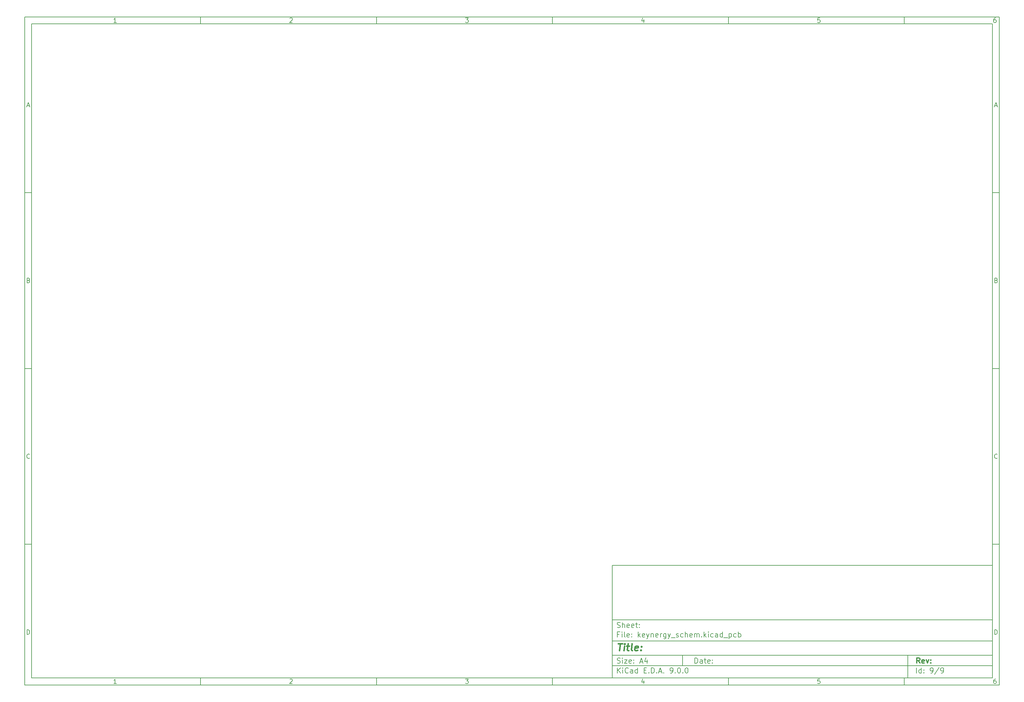
<source format=gbr>
%TF.GenerationSoftware,KiCad,Pcbnew,9.0.0*%
%TF.CreationDate,2025-04-02T13:07:29+08:00*%
%TF.ProjectId,keynergy_schem,6b65796e-6572-4677-995f-736368656d2e,rev?*%
%TF.SameCoordinates,Original*%
%TF.FileFunction,Profile,NP*%
%FSLAX46Y46*%
G04 Gerber Fmt 4.6, Leading zero omitted, Abs format (unit mm)*
G04 Created by KiCad (PCBNEW 9.0.0) date 2025-04-02 13:07:29*
%MOMM*%
%LPD*%
G01*
G04 APERTURE LIST*
%ADD10C,0.100000*%
%ADD11C,0.150000*%
%ADD12C,0.300000*%
%ADD13C,0.400000*%
G04 APERTURE END LIST*
D10*
D11*
X177002200Y-166007200D02*
X285002200Y-166007200D01*
X285002200Y-198007200D01*
X177002200Y-198007200D01*
X177002200Y-166007200D01*
D10*
D11*
X10000000Y-10000000D02*
X287002200Y-10000000D01*
X287002200Y-200007200D01*
X10000000Y-200007200D01*
X10000000Y-10000000D01*
D10*
D11*
X12000000Y-12000000D02*
X285002200Y-12000000D01*
X285002200Y-198007200D01*
X12000000Y-198007200D01*
X12000000Y-12000000D01*
D10*
D11*
X60000000Y-12000000D02*
X60000000Y-10000000D01*
D10*
D11*
X110000000Y-12000000D02*
X110000000Y-10000000D01*
D10*
D11*
X160000000Y-12000000D02*
X160000000Y-10000000D01*
D10*
D11*
X210000000Y-12000000D02*
X210000000Y-10000000D01*
D10*
D11*
X260000000Y-12000000D02*
X260000000Y-10000000D01*
D10*
D11*
X36089160Y-11593604D02*
X35346303Y-11593604D01*
X35717731Y-11593604D02*
X35717731Y-10293604D01*
X35717731Y-10293604D02*
X35593922Y-10479319D01*
X35593922Y-10479319D02*
X35470112Y-10603128D01*
X35470112Y-10603128D02*
X35346303Y-10665033D01*
D10*
D11*
X85346303Y-10417414D02*
X85408207Y-10355509D01*
X85408207Y-10355509D02*
X85532017Y-10293604D01*
X85532017Y-10293604D02*
X85841541Y-10293604D01*
X85841541Y-10293604D02*
X85965350Y-10355509D01*
X85965350Y-10355509D02*
X86027255Y-10417414D01*
X86027255Y-10417414D02*
X86089160Y-10541223D01*
X86089160Y-10541223D02*
X86089160Y-10665033D01*
X86089160Y-10665033D02*
X86027255Y-10850747D01*
X86027255Y-10850747D02*
X85284398Y-11593604D01*
X85284398Y-11593604D02*
X86089160Y-11593604D01*
D10*
D11*
X135284398Y-10293604D02*
X136089160Y-10293604D01*
X136089160Y-10293604D02*
X135655826Y-10788842D01*
X135655826Y-10788842D02*
X135841541Y-10788842D01*
X135841541Y-10788842D02*
X135965350Y-10850747D01*
X135965350Y-10850747D02*
X136027255Y-10912652D01*
X136027255Y-10912652D02*
X136089160Y-11036461D01*
X136089160Y-11036461D02*
X136089160Y-11345985D01*
X136089160Y-11345985D02*
X136027255Y-11469795D01*
X136027255Y-11469795D02*
X135965350Y-11531700D01*
X135965350Y-11531700D02*
X135841541Y-11593604D01*
X135841541Y-11593604D02*
X135470112Y-11593604D01*
X135470112Y-11593604D02*
X135346303Y-11531700D01*
X135346303Y-11531700D02*
X135284398Y-11469795D01*
D10*
D11*
X185965350Y-10726938D02*
X185965350Y-11593604D01*
X185655826Y-10231700D02*
X185346303Y-11160271D01*
X185346303Y-11160271D02*
X186151064Y-11160271D01*
D10*
D11*
X236027255Y-10293604D02*
X235408207Y-10293604D01*
X235408207Y-10293604D02*
X235346303Y-10912652D01*
X235346303Y-10912652D02*
X235408207Y-10850747D01*
X235408207Y-10850747D02*
X235532017Y-10788842D01*
X235532017Y-10788842D02*
X235841541Y-10788842D01*
X235841541Y-10788842D02*
X235965350Y-10850747D01*
X235965350Y-10850747D02*
X236027255Y-10912652D01*
X236027255Y-10912652D02*
X236089160Y-11036461D01*
X236089160Y-11036461D02*
X236089160Y-11345985D01*
X236089160Y-11345985D02*
X236027255Y-11469795D01*
X236027255Y-11469795D02*
X235965350Y-11531700D01*
X235965350Y-11531700D02*
X235841541Y-11593604D01*
X235841541Y-11593604D02*
X235532017Y-11593604D01*
X235532017Y-11593604D02*
X235408207Y-11531700D01*
X235408207Y-11531700D02*
X235346303Y-11469795D01*
D10*
D11*
X285965350Y-10293604D02*
X285717731Y-10293604D01*
X285717731Y-10293604D02*
X285593922Y-10355509D01*
X285593922Y-10355509D02*
X285532017Y-10417414D01*
X285532017Y-10417414D02*
X285408207Y-10603128D01*
X285408207Y-10603128D02*
X285346303Y-10850747D01*
X285346303Y-10850747D02*
X285346303Y-11345985D01*
X285346303Y-11345985D02*
X285408207Y-11469795D01*
X285408207Y-11469795D02*
X285470112Y-11531700D01*
X285470112Y-11531700D02*
X285593922Y-11593604D01*
X285593922Y-11593604D02*
X285841541Y-11593604D01*
X285841541Y-11593604D02*
X285965350Y-11531700D01*
X285965350Y-11531700D02*
X286027255Y-11469795D01*
X286027255Y-11469795D02*
X286089160Y-11345985D01*
X286089160Y-11345985D02*
X286089160Y-11036461D01*
X286089160Y-11036461D02*
X286027255Y-10912652D01*
X286027255Y-10912652D02*
X285965350Y-10850747D01*
X285965350Y-10850747D02*
X285841541Y-10788842D01*
X285841541Y-10788842D02*
X285593922Y-10788842D01*
X285593922Y-10788842D02*
X285470112Y-10850747D01*
X285470112Y-10850747D02*
X285408207Y-10912652D01*
X285408207Y-10912652D02*
X285346303Y-11036461D01*
D10*
D11*
X60000000Y-198007200D02*
X60000000Y-200007200D01*
D10*
D11*
X110000000Y-198007200D02*
X110000000Y-200007200D01*
D10*
D11*
X160000000Y-198007200D02*
X160000000Y-200007200D01*
D10*
D11*
X210000000Y-198007200D02*
X210000000Y-200007200D01*
D10*
D11*
X260000000Y-198007200D02*
X260000000Y-200007200D01*
D10*
D11*
X36089160Y-199600804D02*
X35346303Y-199600804D01*
X35717731Y-199600804D02*
X35717731Y-198300804D01*
X35717731Y-198300804D02*
X35593922Y-198486519D01*
X35593922Y-198486519D02*
X35470112Y-198610328D01*
X35470112Y-198610328D02*
X35346303Y-198672233D01*
D10*
D11*
X85346303Y-198424614D02*
X85408207Y-198362709D01*
X85408207Y-198362709D02*
X85532017Y-198300804D01*
X85532017Y-198300804D02*
X85841541Y-198300804D01*
X85841541Y-198300804D02*
X85965350Y-198362709D01*
X85965350Y-198362709D02*
X86027255Y-198424614D01*
X86027255Y-198424614D02*
X86089160Y-198548423D01*
X86089160Y-198548423D02*
X86089160Y-198672233D01*
X86089160Y-198672233D02*
X86027255Y-198857947D01*
X86027255Y-198857947D02*
X85284398Y-199600804D01*
X85284398Y-199600804D02*
X86089160Y-199600804D01*
D10*
D11*
X135284398Y-198300804D02*
X136089160Y-198300804D01*
X136089160Y-198300804D02*
X135655826Y-198796042D01*
X135655826Y-198796042D02*
X135841541Y-198796042D01*
X135841541Y-198796042D02*
X135965350Y-198857947D01*
X135965350Y-198857947D02*
X136027255Y-198919852D01*
X136027255Y-198919852D02*
X136089160Y-199043661D01*
X136089160Y-199043661D02*
X136089160Y-199353185D01*
X136089160Y-199353185D02*
X136027255Y-199476995D01*
X136027255Y-199476995D02*
X135965350Y-199538900D01*
X135965350Y-199538900D02*
X135841541Y-199600804D01*
X135841541Y-199600804D02*
X135470112Y-199600804D01*
X135470112Y-199600804D02*
X135346303Y-199538900D01*
X135346303Y-199538900D02*
X135284398Y-199476995D01*
D10*
D11*
X185965350Y-198734138D02*
X185965350Y-199600804D01*
X185655826Y-198238900D02*
X185346303Y-199167471D01*
X185346303Y-199167471D02*
X186151064Y-199167471D01*
D10*
D11*
X236027255Y-198300804D02*
X235408207Y-198300804D01*
X235408207Y-198300804D02*
X235346303Y-198919852D01*
X235346303Y-198919852D02*
X235408207Y-198857947D01*
X235408207Y-198857947D02*
X235532017Y-198796042D01*
X235532017Y-198796042D02*
X235841541Y-198796042D01*
X235841541Y-198796042D02*
X235965350Y-198857947D01*
X235965350Y-198857947D02*
X236027255Y-198919852D01*
X236027255Y-198919852D02*
X236089160Y-199043661D01*
X236089160Y-199043661D02*
X236089160Y-199353185D01*
X236089160Y-199353185D02*
X236027255Y-199476995D01*
X236027255Y-199476995D02*
X235965350Y-199538900D01*
X235965350Y-199538900D02*
X235841541Y-199600804D01*
X235841541Y-199600804D02*
X235532017Y-199600804D01*
X235532017Y-199600804D02*
X235408207Y-199538900D01*
X235408207Y-199538900D02*
X235346303Y-199476995D01*
D10*
D11*
X285965350Y-198300804D02*
X285717731Y-198300804D01*
X285717731Y-198300804D02*
X285593922Y-198362709D01*
X285593922Y-198362709D02*
X285532017Y-198424614D01*
X285532017Y-198424614D02*
X285408207Y-198610328D01*
X285408207Y-198610328D02*
X285346303Y-198857947D01*
X285346303Y-198857947D02*
X285346303Y-199353185D01*
X285346303Y-199353185D02*
X285408207Y-199476995D01*
X285408207Y-199476995D02*
X285470112Y-199538900D01*
X285470112Y-199538900D02*
X285593922Y-199600804D01*
X285593922Y-199600804D02*
X285841541Y-199600804D01*
X285841541Y-199600804D02*
X285965350Y-199538900D01*
X285965350Y-199538900D02*
X286027255Y-199476995D01*
X286027255Y-199476995D02*
X286089160Y-199353185D01*
X286089160Y-199353185D02*
X286089160Y-199043661D01*
X286089160Y-199043661D02*
X286027255Y-198919852D01*
X286027255Y-198919852D02*
X285965350Y-198857947D01*
X285965350Y-198857947D02*
X285841541Y-198796042D01*
X285841541Y-198796042D02*
X285593922Y-198796042D01*
X285593922Y-198796042D02*
X285470112Y-198857947D01*
X285470112Y-198857947D02*
X285408207Y-198919852D01*
X285408207Y-198919852D02*
X285346303Y-199043661D01*
D10*
D11*
X10000000Y-60000000D02*
X12000000Y-60000000D01*
D10*
D11*
X10000000Y-110000000D02*
X12000000Y-110000000D01*
D10*
D11*
X10000000Y-160000000D02*
X12000000Y-160000000D01*
D10*
D11*
X10690476Y-35222176D02*
X11309523Y-35222176D01*
X10566666Y-35593604D02*
X10999999Y-34293604D01*
X10999999Y-34293604D02*
X11433333Y-35593604D01*
D10*
D11*
X11092857Y-84912652D02*
X11278571Y-84974557D01*
X11278571Y-84974557D02*
X11340476Y-85036461D01*
X11340476Y-85036461D02*
X11402380Y-85160271D01*
X11402380Y-85160271D02*
X11402380Y-85345985D01*
X11402380Y-85345985D02*
X11340476Y-85469795D01*
X11340476Y-85469795D02*
X11278571Y-85531700D01*
X11278571Y-85531700D02*
X11154761Y-85593604D01*
X11154761Y-85593604D02*
X10659523Y-85593604D01*
X10659523Y-85593604D02*
X10659523Y-84293604D01*
X10659523Y-84293604D02*
X11092857Y-84293604D01*
X11092857Y-84293604D02*
X11216666Y-84355509D01*
X11216666Y-84355509D02*
X11278571Y-84417414D01*
X11278571Y-84417414D02*
X11340476Y-84541223D01*
X11340476Y-84541223D02*
X11340476Y-84665033D01*
X11340476Y-84665033D02*
X11278571Y-84788842D01*
X11278571Y-84788842D02*
X11216666Y-84850747D01*
X11216666Y-84850747D02*
X11092857Y-84912652D01*
X11092857Y-84912652D02*
X10659523Y-84912652D01*
D10*
D11*
X11402380Y-135469795D02*
X11340476Y-135531700D01*
X11340476Y-135531700D02*
X11154761Y-135593604D01*
X11154761Y-135593604D02*
X11030952Y-135593604D01*
X11030952Y-135593604D02*
X10845238Y-135531700D01*
X10845238Y-135531700D02*
X10721428Y-135407890D01*
X10721428Y-135407890D02*
X10659523Y-135284080D01*
X10659523Y-135284080D02*
X10597619Y-135036461D01*
X10597619Y-135036461D02*
X10597619Y-134850747D01*
X10597619Y-134850747D02*
X10659523Y-134603128D01*
X10659523Y-134603128D02*
X10721428Y-134479319D01*
X10721428Y-134479319D02*
X10845238Y-134355509D01*
X10845238Y-134355509D02*
X11030952Y-134293604D01*
X11030952Y-134293604D02*
X11154761Y-134293604D01*
X11154761Y-134293604D02*
X11340476Y-134355509D01*
X11340476Y-134355509D02*
X11402380Y-134417414D01*
D10*
D11*
X10659523Y-185593604D02*
X10659523Y-184293604D01*
X10659523Y-184293604D02*
X10969047Y-184293604D01*
X10969047Y-184293604D02*
X11154761Y-184355509D01*
X11154761Y-184355509D02*
X11278571Y-184479319D01*
X11278571Y-184479319D02*
X11340476Y-184603128D01*
X11340476Y-184603128D02*
X11402380Y-184850747D01*
X11402380Y-184850747D02*
X11402380Y-185036461D01*
X11402380Y-185036461D02*
X11340476Y-185284080D01*
X11340476Y-185284080D02*
X11278571Y-185407890D01*
X11278571Y-185407890D02*
X11154761Y-185531700D01*
X11154761Y-185531700D02*
X10969047Y-185593604D01*
X10969047Y-185593604D02*
X10659523Y-185593604D01*
D10*
D11*
X287002200Y-60000000D02*
X285002200Y-60000000D01*
D10*
D11*
X287002200Y-110000000D02*
X285002200Y-110000000D01*
D10*
D11*
X287002200Y-160000000D02*
X285002200Y-160000000D01*
D10*
D11*
X285692676Y-35222176D02*
X286311723Y-35222176D01*
X285568866Y-35593604D02*
X286002199Y-34293604D01*
X286002199Y-34293604D02*
X286435533Y-35593604D01*
D10*
D11*
X286095057Y-84912652D02*
X286280771Y-84974557D01*
X286280771Y-84974557D02*
X286342676Y-85036461D01*
X286342676Y-85036461D02*
X286404580Y-85160271D01*
X286404580Y-85160271D02*
X286404580Y-85345985D01*
X286404580Y-85345985D02*
X286342676Y-85469795D01*
X286342676Y-85469795D02*
X286280771Y-85531700D01*
X286280771Y-85531700D02*
X286156961Y-85593604D01*
X286156961Y-85593604D02*
X285661723Y-85593604D01*
X285661723Y-85593604D02*
X285661723Y-84293604D01*
X285661723Y-84293604D02*
X286095057Y-84293604D01*
X286095057Y-84293604D02*
X286218866Y-84355509D01*
X286218866Y-84355509D02*
X286280771Y-84417414D01*
X286280771Y-84417414D02*
X286342676Y-84541223D01*
X286342676Y-84541223D02*
X286342676Y-84665033D01*
X286342676Y-84665033D02*
X286280771Y-84788842D01*
X286280771Y-84788842D02*
X286218866Y-84850747D01*
X286218866Y-84850747D02*
X286095057Y-84912652D01*
X286095057Y-84912652D02*
X285661723Y-84912652D01*
D10*
D11*
X286404580Y-135469795D02*
X286342676Y-135531700D01*
X286342676Y-135531700D02*
X286156961Y-135593604D01*
X286156961Y-135593604D02*
X286033152Y-135593604D01*
X286033152Y-135593604D02*
X285847438Y-135531700D01*
X285847438Y-135531700D02*
X285723628Y-135407890D01*
X285723628Y-135407890D02*
X285661723Y-135284080D01*
X285661723Y-135284080D02*
X285599819Y-135036461D01*
X285599819Y-135036461D02*
X285599819Y-134850747D01*
X285599819Y-134850747D02*
X285661723Y-134603128D01*
X285661723Y-134603128D02*
X285723628Y-134479319D01*
X285723628Y-134479319D02*
X285847438Y-134355509D01*
X285847438Y-134355509D02*
X286033152Y-134293604D01*
X286033152Y-134293604D02*
X286156961Y-134293604D01*
X286156961Y-134293604D02*
X286342676Y-134355509D01*
X286342676Y-134355509D02*
X286404580Y-134417414D01*
D10*
D11*
X285661723Y-185593604D02*
X285661723Y-184293604D01*
X285661723Y-184293604D02*
X285971247Y-184293604D01*
X285971247Y-184293604D02*
X286156961Y-184355509D01*
X286156961Y-184355509D02*
X286280771Y-184479319D01*
X286280771Y-184479319D02*
X286342676Y-184603128D01*
X286342676Y-184603128D02*
X286404580Y-184850747D01*
X286404580Y-184850747D02*
X286404580Y-185036461D01*
X286404580Y-185036461D02*
X286342676Y-185284080D01*
X286342676Y-185284080D02*
X286280771Y-185407890D01*
X286280771Y-185407890D02*
X286156961Y-185531700D01*
X286156961Y-185531700D02*
X285971247Y-185593604D01*
X285971247Y-185593604D02*
X285661723Y-185593604D01*
D10*
D11*
X200458026Y-193793328D02*
X200458026Y-192293328D01*
X200458026Y-192293328D02*
X200815169Y-192293328D01*
X200815169Y-192293328D02*
X201029455Y-192364757D01*
X201029455Y-192364757D02*
X201172312Y-192507614D01*
X201172312Y-192507614D02*
X201243741Y-192650471D01*
X201243741Y-192650471D02*
X201315169Y-192936185D01*
X201315169Y-192936185D02*
X201315169Y-193150471D01*
X201315169Y-193150471D02*
X201243741Y-193436185D01*
X201243741Y-193436185D02*
X201172312Y-193579042D01*
X201172312Y-193579042D02*
X201029455Y-193721900D01*
X201029455Y-193721900D02*
X200815169Y-193793328D01*
X200815169Y-193793328D02*
X200458026Y-193793328D01*
X202600884Y-193793328D02*
X202600884Y-193007614D01*
X202600884Y-193007614D02*
X202529455Y-192864757D01*
X202529455Y-192864757D02*
X202386598Y-192793328D01*
X202386598Y-192793328D02*
X202100884Y-192793328D01*
X202100884Y-192793328D02*
X201958026Y-192864757D01*
X202600884Y-193721900D02*
X202458026Y-193793328D01*
X202458026Y-193793328D02*
X202100884Y-193793328D01*
X202100884Y-193793328D02*
X201958026Y-193721900D01*
X201958026Y-193721900D02*
X201886598Y-193579042D01*
X201886598Y-193579042D02*
X201886598Y-193436185D01*
X201886598Y-193436185D02*
X201958026Y-193293328D01*
X201958026Y-193293328D02*
X202100884Y-193221900D01*
X202100884Y-193221900D02*
X202458026Y-193221900D01*
X202458026Y-193221900D02*
X202600884Y-193150471D01*
X203100884Y-192793328D02*
X203672312Y-192793328D01*
X203315169Y-192293328D02*
X203315169Y-193579042D01*
X203315169Y-193579042D02*
X203386598Y-193721900D01*
X203386598Y-193721900D02*
X203529455Y-193793328D01*
X203529455Y-193793328D02*
X203672312Y-193793328D01*
X204743741Y-193721900D02*
X204600884Y-193793328D01*
X204600884Y-193793328D02*
X204315170Y-193793328D01*
X204315170Y-193793328D02*
X204172312Y-193721900D01*
X204172312Y-193721900D02*
X204100884Y-193579042D01*
X204100884Y-193579042D02*
X204100884Y-193007614D01*
X204100884Y-193007614D02*
X204172312Y-192864757D01*
X204172312Y-192864757D02*
X204315170Y-192793328D01*
X204315170Y-192793328D02*
X204600884Y-192793328D01*
X204600884Y-192793328D02*
X204743741Y-192864757D01*
X204743741Y-192864757D02*
X204815170Y-193007614D01*
X204815170Y-193007614D02*
X204815170Y-193150471D01*
X204815170Y-193150471D02*
X204100884Y-193293328D01*
X205458026Y-193650471D02*
X205529455Y-193721900D01*
X205529455Y-193721900D02*
X205458026Y-193793328D01*
X205458026Y-193793328D02*
X205386598Y-193721900D01*
X205386598Y-193721900D02*
X205458026Y-193650471D01*
X205458026Y-193650471D02*
X205458026Y-193793328D01*
X205458026Y-192864757D02*
X205529455Y-192936185D01*
X205529455Y-192936185D02*
X205458026Y-193007614D01*
X205458026Y-193007614D02*
X205386598Y-192936185D01*
X205386598Y-192936185D02*
X205458026Y-192864757D01*
X205458026Y-192864757D02*
X205458026Y-193007614D01*
D10*
D11*
X177002200Y-194507200D02*
X285002200Y-194507200D01*
D10*
D11*
X178458026Y-196593328D02*
X178458026Y-195093328D01*
X179315169Y-196593328D02*
X178672312Y-195736185D01*
X179315169Y-195093328D02*
X178458026Y-195950471D01*
X179958026Y-196593328D02*
X179958026Y-195593328D01*
X179958026Y-195093328D02*
X179886598Y-195164757D01*
X179886598Y-195164757D02*
X179958026Y-195236185D01*
X179958026Y-195236185D02*
X180029455Y-195164757D01*
X180029455Y-195164757D02*
X179958026Y-195093328D01*
X179958026Y-195093328D02*
X179958026Y-195236185D01*
X181529455Y-196450471D02*
X181458027Y-196521900D01*
X181458027Y-196521900D02*
X181243741Y-196593328D01*
X181243741Y-196593328D02*
X181100884Y-196593328D01*
X181100884Y-196593328D02*
X180886598Y-196521900D01*
X180886598Y-196521900D02*
X180743741Y-196379042D01*
X180743741Y-196379042D02*
X180672312Y-196236185D01*
X180672312Y-196236185D02*
X180600884Y-195950471D01*
X180600884Y-195950471D02*
X180600884Y-195736185D01*
X180600884Y-195736185D02*
X180672312Y-195450471D01*
X180672312Y-195450471D02*
X180743741Y-195307614D01*
X180743741Y-195307614D02*
X180886598Y-195164757D01*
X180886598Y-195164757D02*
X181100884Y-195093328D01*
X181100884Y-195093328D02*
X181243741Y-195093328D01*
X181243741Y-195093328D02*
X181458027Y-195164757D01*
X181458027Y-195164757D02*
X181529455Y-195236185D01*
X182815170Y-196593328D02*
X182815170Y-195807614D01*
X182815170Y-195807614D02*
X182743741Y-195664757D01*
X182743741Y-195664757D02*
X182600884Y-195593328D01*
X182600884Y-195593328D02*
X182315170Y-195593328D01*
X182315170Y-195593328D02*
X182172312Y-195664757D01*
X182815170Y-196521900D02*
X182672312Y-196593328D01*
X182672312Y-196593328D02*
X182315170Y-196593328D01*
X182315170Y-196593328D02*
X182172312Y-196521900D01*
X182172312Y-196521900D02*
X182100884Y-196379042D01*
X182100884Y-196379042D02*
X182100884Y-196236185D01*
X182100884Y-196236185D02*
X182172312Y-196093328D01*
X182172312Y-196093328D02*
X182315170Y-196021900D01*
X182315170Y-196021900D02*
X182672312Y-196021900D01*
X182672312Y-196021900D02*
X182815170Y-195950471D01*
X184172313Y-196593328D02*
X184172313Y-195093328D01*
X184172313Y-196521900D02*
X184029455Y-196593328D01*
X184029455Y-196593328D02*
X183743741Y-196593328D01*
X183743741Y-196593328D02*
X183600884Y-196521900D01*
X183600884Y-196521900D02*
X183529455Y-196450471D01*
X183529455Y-196450471D02*
X183458027Y-196307614D01*
X183458027Y-196307614D02*
X183458027Y-195879042D01*
X183458027Y-195879042D02*
X183529455Y-195736185D01*
X183529455Y-195736185D02*
X183600884Y-195664757D01*
X183600884Y-195664757D02*
X183743741Y-195593328D01*
X183743741Y-195593328D02*
X184029455Y-195593328D01*
X184029455Y-195593328D02*
X184172313Y-195664757D01*
X186029455Y-195807614D02*
X186529455Y-195807614D01*
X186743741Y-196593328D02*
X186029455Y-196593328D01*
X186029455Y-196593328D02*
X186029455Y-195093328D01*
X186029455Y-195093328D02*
X186743741Y-195093328D01*
X187386598Y-196450471D02*
X187458027Y-196521900D01*
X187458027Y-196521900D02*
X187386598Y-196593328D01*
X187386598Y-196593328D02*
X187315170Y-196521900D01*
X187315170Y-196521900D02*
X187386598Y-196450471D01*
X187386598Y-196450471D02*
X187386598Y-196593328D01*
X188100884Y-196593328D02*
X188100884Y-195093328D01*
X188100884Y-195093328D02*
X188458027Y-195093328D01*
X188458027Y-195093328D02*
X188672313Y-195164757D01*
X188672313Y-195164757D02*
X188815170Y-195307614D01*
X188815170Y-195307614D02*
X188886599Y-195450471D01*
X188886599Y-195450471D02*
X188958027Y-195736185D01*
X188958027Y-195736185D02*
X188958027Y-195950471D01*
X188958027Y-195950471D02*
X188886599Y-196236185D01*
X188886599Y-196236185D02*
X188815170Y-196379042D01*
X188815170Y-196379042D02*
X188672313Y-196521900D01*
X188672313Y-196521900D02*
X188458027Y-196593328D01*
X188458027Y-196593328D02*
X188100884Y-196593328D01*
X189600884Y-196450471D02*
X189672313Y-196521900D01*
X189672313Y-196521900D02*
X189600884Y-196593328D01*
X189600884Y-196593328D02*
X189529456Y-196521900D01*
X189529456Y-196521900D02*
X189600884Y-196450471D01*
X189600884Y-196450471D02*
X189600884Y-196593328D01*
X190243742Y-196164757D02*
X190958028Y-196164757D01*
X190100885Y-196593328D02*
X190600885Y-195093328D01*
X190600885Y-195093328D02*
X191100885Y-196593328D01*
X191600884Y-196450471D02*
X191672313Y-196521900D01*
X191672313Y-196521900D02*
X191600884Y-196593328D01*
X191600884Y-196593328D02*
X191529456Y-196521900D01*
X191529456Y-196521900D02*
X191600884Y-196450471D01*
X191600884Y-196450471D02*
X191600884Y-196593328D01*
X193529456Y-196593328D02*
X193815170Y-196593328D01*
X193815170Y-196593328D02*
X193958027Y-196521900D01*
X193958027Y-196521900D02*
X194029456Y-196450471D01*
X194029456Y-196450471D02*
X194172313Y-196236185D01*
X194172313Y-196236185D02*
X194243742Y-195950471D01*
X194243742Y-195950471D02*
X194243742Y-195379042D01*
X194243742Y-195379042D02*
X194172313Y-195236185D01*
X194172313Y-195236185D02*
X194100885Y-195164757D01*
X194100885Y-195164757D02*
X193958027Y-195093328D01*
X193958027Y-195093328D02*
X193672313Y-195093328D01*
X193672313Y-195093328D02*
X193529456Y-195164757D01*
X193529456Y-195164757D02*
X193458027Y-195236185D01*
X193458027Y-195236185D02*
X193386599Y-195379042D01*
X193386599Y-195379042D02*
X193386599Y-195736185D01*
X193386599Y-195736185D02*
X193458027Y-195879042D01*
X193458027Y-195879042D02*
X193529456Y-195950471D01*
X193529456Y-195950471D02*
X193672313Y-196021900D01*
X193672313Y-196021900D02*
X193958027Y-196021900D01*
X193958027Y-196021900D02*
X194100885Y-195950471D01*
X194100885Y-195950471D02*
X194172313Y-195879042D01*
X194172313Y-195879042D02*
X194243742Y-195736185D01*
X194886598Y-196450471D02*
X194958027Y-196521900D01*
X194958027Y-196521900D02*
X194886598Y-196593328D01*
X194886598Y-196593328D02*
X194815170Y-196521900D01*
X194815170Y-196521900D02*
X194886598Y-196450471D01*
X194886598Y-196450471D02*
X194886598Y-196593328D01*
X195886599Y-195093328D02*
X196029456Y-195093328D01*
X196029456Y-195093328D02*
X196172313Y-195164757D01*
X196172313Y-195164757D02*
X196243742Y-195236185D01*
X196243742Y-195236185D02*
X196315170Y-195379042D01*
X196315170Y-195379042D02*
X196386599Y-195664757D01*
X196386599Y-195664757D02*
X196386599Y-196021900D01*
X196386599Y-196021900D02*
X196315170Y-196307614D01*
X196315170Y-196307614D02*
X196243742Y-196450471D01*
X196243742Y-196450471D02*
X196172313Y-196521900D01*
X196172313Y-196521900D02*
X196029456Y-196593328D01*
X196029456Y-196593328D02*
X195886599Y-196593328D01*
X195886599Y-196593328D02*
X195743742Y-196521900D01*
X195743742Y-196521900D02*
X195672313Y-196450471D01*
X195672313Y-196450471D02*
X195600884Y-196307614D01*
X195600884Y-196307614D02*
X195529456Y-196021900D01*
X195529456Y-196021900D02*
X195529456Y-195664757D01*
X195529456Y-195664757D02*
X195600884Y-195379042D01*
X195600884Y-195379042D02*
X195672313Y-195236185D01*
X195672313Y-195236185D02*
X195743742Y-195164757D01*
X195743742Y-195164757D02*
X195886599Y-195093328D01*
X197029455Y-196450471D02*
X197100884Y-196521900D01*
X197100884Y-196521900D02*
X197029455Y-196593328D01*
X197029455Y-196593328D02*
X196958027Y-196521900D01*
X196958027Y-196521900D02*
X197029455Y-196450471D01*
X197029455Y-196450471D02*
X197029455Y-196593328D01*
X198029456Y-195093328D02*
X198172313Y-195093328D01*
X198172313Y-195093328D02*
X198315170Y-195164757D01*
X198315170Y-195164757D02*
X198386599Y-195236185D01*
X198386599Y-195236185D02*
X198458027Y-195379042D01*
X198458027Y-195379042D02*
X198529456Y-195664757D01*
X198529456Y-195664757D02*
X198529456Y-196021900D01*
X198529456Y-196021900D02*
X198458027Y-196307614D01*
X198458027Y-196307614D02*
X198386599Y-196450471D01*
X198386599Y-196450471D02*
X198315170Y-196521900D01*
X198315170Y-196521900D02*
X198172313Y-196593328D01*
X198172313Y-196593328D02*
X198029456Y-196593328D01*
X198029456Y-196593328D02*
X197886599Y-196521900D01*
X197886599Y-196521900D02*
X197815170Y-196450471D01*
X197815170Y-196450471D02*
X197743741Y-196307614D01*
X197743741Y-196307614D02*
X197672313Y-196021900D01*
X197672313Y-196021900D02*
X197672313Y-195664757D01*
X197672313Y-195664757D02*
X197743741Y-195379042D01*
X197743741Y-195379042D02*
X197815170Y-195236185D01*
X197815170Y-195236185D02*
X197886599Y-195164757D01*
X197886599Y-195164757D02*
X198029456Y-195093328D01*
D10*
D11*
X177002200Y-191507200D02*
X285002200Y-191507200D01*
D10*
D12*
X264413853Y-193785528D02*
X263913853Y-193071242D01*
X263556710Y-193785528D02*
X263556710Y-192285528D01*
X263556710Y-192285528D02*
X264128139Y-192285528D01*
X264128139Y-192285528D02*
X264270996Y-192356957D01*
X264270996Y-192356957D02*
X264342425Y-192428385D01*
X264342425Y-192428385D02*
X264413853Y-192571242D01*
X264413853Y-192571242D02*
X264413853Y-192785528D01*
X264413853Y-192785528D02*
X264342425Y-192928385D01*
X264342425Y-192928385D02*
X264270996Y-192999814D01*
X264270996Y-192999814D02*
X264128139Y-193071242D01*
X264128139Y-193071242D02*
X263556710Y-193071242D01*
X265628139Y-193714100D02*
X265485282Y-193785528D01*
X265485282Y-193785528D02*
X265199568Y-193785528D01*
X265199568Y-193785528D02*
X265056710Y-193714100D01*
X265056710Y-193714100D02*
X264985282Y-193571242D01*
X264985282Y-193571242D02*
X264985282Y-192999814D01*
X264985282Y-192999814D02*
X265056710Y-192856957D01*
X265056710Y-192856957D02*
X265199568Y-192785528D01*
X265199568Y-192785528D02*
X265485282Y-192785528D01*
X265485282Y-192785528D02*
X265628139Y-192856957D01*
X265628139Y-192856957D02*
X265699568Y-192999814D01*
X265699568Y-192999814D02*
X265699568Y-193142671D01*
X265699568Y-193142671D02*
X264985282Y-193285528D01*
X266199567Y-192785528D02*
X266556710Y-193785528D01*
X266556710Y-193785528D02*
X266913853Y-192785528D01*
X267485281Y-193642671D02*
X267556710Y-193714100D01*
X267556710Y-193714100D02*
X267485281Y-193785528D01*
X267485281Y-193785528D02*
X267413853Y-193714100D01*
X267413853Y-193714100D02*
X267485281Y-193642671D01*
X267485281Y-193642671D02*
X267485281Y-193785528D01*
X267485281Y-192856957D02*
X267556710Y-192928385D01*
X267556710Y-192928385D02*
X267485281Y-192999814D01*
X267485281Y-192999814D02*
X267413853Y-192928385D01*
X267413853Y-192928385D02*
X267485281Y-192856957D01*
X267485281Y-192856957D02*
X267485281Y-192999814D01*
D10*
D11*
X178386598Y-193721900D02*
X178600884Y-193793328D01*
X178600884Y-193793328D02*
X178958026Y-193793328D01*
X178958026Y-193793328D02*
X179100884Y-193721900D01*
X179100884Y-193721900D02*
X179172312Y-193650471D01*
X179172312Y-193650471D02*
X179243741Y-193507614D01*
X179243741Y-193507614D02*
X179243741Y-193364757D01*
X179243741Y-193364757D02*
X179172312Y-193221900D01*
X179172312Y-193221900D02*
X179100884Y-193150471D01*
X179100884Y-193150471D02*
X178958026Y-193079042D01*
X178958026Y-193079042D02*
X178672312Y-193007614D01*
X178672312Y-193007614D02*
X178529455Y-192936185D01*
X178529455Y-192936185D02*
X178458026Y-192864757D01*
X178458026Y-192864757D02*
X178386598Y-192721900D01*
X178386598Y-192721900D02*
X178386598Y-192579042D01*
X178386598Y-192579042D02*
X178458026Y-192436185D01*
X178458026Y-192436185D02*
X178529455Y-192364757D01*
X178529455Y-192364757D02*
X178672312Y-192293328D01*
X178672312Y-192293328D02*
X179029455Y-192293328D01*
X179029455Y-192293328D02*
X179243741Y-192364757D01*
X179886597Y-193793328D02*
X179886597Y-192793328D01*
X179886597Y-192293328D02*
X179815169Y-192364757D01*
X179815169Y-192364757D02*
X179886597Y-192436185D01*
X179886597Y-192436185D02*
X179958026Y-192364757D01*
X179958026Y-192364757D02*
X179886597Y-192293328D01*
X179886597Y-192293328D02*
X179886597Y-192436185D01*
X180458026Y-192793328D02*
X181243741Y-192793328D01*
X181243741Y-192793328D02*
X180458026Y-193793328D01*
X180458026Y-193793328D02*
X181243741Y-193793328D01*
X182386598Y-193721900D02*
X182243741Y-193793328D01*
X182243741Y-193793328D02*
X181958027Y-193793328D01*
X181958027Y-193793328D02*
X181815169Y-193721900D01*
X181815169Y-193721900D02*
X181743741Y-193579042D01*
X181743741Y-193579042D02*
X181743741Y-193007614D01*
X181743741Y-193007614D02*
X181815169Y-192864757D01*
X181815169Y-192864757D02*
X181958027Y-192793328D01*
X181958027Y-192793328D02*
X182243741Y-192793328D01*
X182243741Y-192793328D02*
X182386598Y-192864757D01*
X182386598Y-192864757D02*
X182458027Y-193007614D01*
X182458027Y-193007614D02*
X182458027Y-193150471D01*
X182458027Y-193150471D02*
X181743741Y-193293328D01*
X183100883Y-193650471D02*
X183172312Y-193721900D01*
X183172312Y-193721900D02*
X183100883Y-193793328D01*
X183100883Y-193793328D02*
X183029455Y-193721900D01*
X183029455Y-193721900D02*
X183100883Y-193650471D01*
X183100883Y-193650471D02*
X183100883Y-193793328D01*
X183100883Y-192864757D02*
X183172312Y-192936185D01*
X183172312Y-192936185D02*
X183100883Y-193007614D01*
X183100883Y-193007614D02*
X183029455Y-192936185D01*
X183029455Y-192936185D02*
X183100883Y-192864757D01*
X183100883Y-192864757D02*
X183100883Y-193007614D01*
X184886598Y-193364757D02*
X185600884Y-193364757D01*
X184743741Y-193793328D02*
X185243741Y-192293328D01*
X185243741Y-192293328D02*
X185743741Y-193793328D01*
X186886598Y-192793328D02*
X186886598Y-193793328D01*
X186529455Y-192221900D02*
X186172312Y-193293328D01*
X186172312Y-193293328D02*
X187100883Y-193293328D01*
D10*
D11*
X263458026Y-196593328D02*
X263458026Y-195093328D01*
X264815170Y-196593328D02*
X264815170Y-195093328D01*
X264815170Y-196521900D02*
X264672312Y-196593328D01*
X264672312Y-196593328D02*
X264386598Y-196593328D01*
X264386598Y-196593328D02*
X264243741Y-196521900D01*
X264243741Y-196521900D02*
X264172312Y-196450471D01*
X264172312Y-196450471D02*
X264100884Y-196307614D01*
X264100884Y-196307614D02*
X264100884Y-195879042D01*
X264100884Y-195879042D02*
X264172312Y-195736185D01*
X264172312Y-195736185D02*
X264243741Y-195664757D01*
X264243741Y-195664757D02*
X264386598Y-195593328D01*
X264386598Y-195593328D02*
X264672312Y-195593328D01*
X264672312Y-195593328D02*
X264815170Y-195664757D01*
X265529455Y-196450471D02*
X265600884Y-196521900D01*
X265600884Y-196521900D02*
X265529455Y-196593328D01*
X265529455Y-196593328D02*
X265458027Y-196521900D01*
X265458027Y-196521900D02*
X265529455Y-196450471D01*
X265529455Y-196450471D02*
X265529455Y-196593328D01*
X265529455Y-195664757D02*
X265600884Y-195736185D01*
X265600884Y-195736185D02*
X265529455Y-195807614D01*
X265529455Y-195807614D02*
X265458027Y-195736185D01*
X265458027Y-195736185D02*
X265529455Y-195664757D01*
X265529455Y-195664757D02*
X265529455Y-195807614D01*
X267458027Y-196593328D02*
X267743741Y-196593328D01*
X267743741Y-196593328D02*
X267886598Y-196521900D01*
X267886598Y-196521900D02*
X267958027Y-196450471D01*
X267958027Y-196450471D02*
X268100884Y-196236185D01*
X268100884Y-196236185D02*
X268172313Y-195950471D01*
X268172313Y-195950471D02*
X268172313Y-195379042D01*
X268172313Y-195379042D02*
X268100884Y-195236185D01*
X268100884Y-195236185D02*
X268029456Y-195164757D01*
X268029456Y-195164757D02*
X267886598Y-195093328D01*
X267886598Y-195093328D02*
X267600884Y-195093328D01*
X267600884Y-195093328D02*
X267458027Y-195164757D01*
X267458027Y-195164757D02*
X267386598Y-195236185D01*
X267386598Y-195236185D02*
X267315170Y-195379042D01*
X267315170Y-195379042D02*
X267315170Y-195736185D01*
X267315170Y-195736185D02*
X267386598Y-195879042D01*
X267386598Y-195879042D02*
X267458027Y-195950471D01*
X267458027Y-195950471D02*
X267600884Y-196021900D01*
X267600884Y-196021900D02*
X267886598Y-196021900D01*
X267886598Y-196021900D02*
X268029456Y-195950471D01*
X268029456Y-195950471D02*
X268100884Y-195879042D01*
X268100884Y-195879042D02*
X268172313Y-195736185D01*
X269886598Y-195021900D02*
X268600884Y-196950471D01*
X270458027Y-196593328D02*
X270743741Y-196593328D01*
X270743741Y-196593328D02*
X270886598Y-196521900D01*
X270886598Y-196521900D02*
X270958027Y-196450471D01*
X270958027Y-196450471D02*
X271100884Y-196236185D01*
X271100884Y-196236185D02*
X271172313Y-195950471D01*
X271172313Y-195950471D02*
X271172313Y-195379042D01*
X271172313Y-195379042D02*
X271100884Y-195236185D01*
X271100884Y-195236185D02*
X271029456Y-195164757D01*
X271029456Y-195164757D02*
X270886598Y-195093328D01*
X270886598Y-195093328D02*
X270600884Y-195093328D01*
X270600884Y-195093328D02*
X270458027Y-195164757D01*
X270458027Y-195164757D02*
X270386598Y-195236185D01*
X270386598Y-195236185D02*
X270315170Y-195379042D01*
X270315170Y-195379042D02*
X270315170Y-195736185D01*
X270315170Y-195736185D02*
X270386598Y-195879042D01*
X270386598Y-195879042D02*
X270458027Y-195950471D01*
X270458027Y-195950471D02*
X270600884Y-196021900D01*
X270600884Y-196021900D02*
X270886598Y-196021900D01*
X270886598Y-196021900D02*
X271029456Y-195950471D01*
X271029456Y-195950471D02*
X271100884Y-195879042D01*
X271100884Y-195879042D02*
X271172313Y-195736185D01*
D10*
D11*
X177002200Y-187507200D02*
X285002200Y-187507200D01*
D10*
D13*
X178693928Y-188211638D02*
X179836785Y-188211638D01*
X179015357Y-190211638D02*
X179265357Y-188211638D01*
X180253452Y-190211638D02*
X180420119Y-188878304D01*
X180503452Y-188211638D02*
X180396309Y-188306876D01*
X180396309Y-188306876D02*
X180479643Y-188402114D01*
X180479643Y-188402114D02*
X180586786Y-188306876D01*
X180586786Y-188306876D02*
X180503452Y-188211638D01*
X180503452Y-188211638D02*
X180479643Y-188402114D01*
X181086786Y-188878304D02*
X181848690Y-188878304D01*
X181455833Y-188211638D02*
X181241548Y-189925923D01*
X181241548Y-189925923D02*
X181312976Y-190116400D01*
X181312976Y-190116400D02*
X181491548Y-190211638D01*
X181491548Y-190211638D02*
X181682024Y-190211638D01*
X182634405Y-190211638D02*
X182455833Y-190116400D01*
X182455833Y-190116400D02*
X182384405Y-189925923D01*
X182384405Y-189925923D02*
X182598690Y-188211638D01*
X184170119Y-190116400D02*
X183967738Y-190211638D01*
X183967738Y-190211638D02*
X183586785Y-190211638D01*
X183586785Y-190211638D02*
X183408214Y-190116400D01*
X183408214Y-190116400D02*
X183336785Y-189925923D01*
X183336785Y-189925923D02*
X183432024Y-189164019D01*
X183432024Y-189164019D02*
X183551071Y-188973542D01*
X183551071Y-188973542D02*
X183753452Y-188878304D01*
X183753452Y-188878304D02*
X184134404Y-188878304D01*
X184134404Y-188878304D02*
X184312976Y-188973542D01*
X184312976Y-188973542D02*
X184384404Y-189164019D01*
X184384404Y-189164019D02*
X184360595Y-189354495D01*
X184360595Y-189354495D02*
X183384404Y-189544971D01*
X185134405Y-190021161D02*
X185217738Y-190116400D01*
X185217738Y-190116400D02*
X185110595Y-190211638D01*
X185110595Y-190211638D02*
X185027262Y-190116400D01*
X185027262Y-190116400D02*
X185134405Y-190021161D01*
X185134405Y-190021161D02*
X185110595Y-190211638D01*
X185265357Y-188973542D02*
X185348690Y-189068780D01*
X185348690Y-189068780D02*
X185241548Y-189164019D01*
X185241548Y-189164019D02*
X185158214Y-189068780D01*
X185158214Y-189068780D02*
X185265357Y-188973542D01*
X185265357Y-188973542D02*
X185241548Y-189164019D01*
D10*
D11*
X178958026Y-185607614D02*
X178458026Y-185607614D01*
X178458026Y-186393328D02*
X178458026Y-184893328D01*
X178458026Y-184893328D02*
X179172312Y-184893328D01*
X179743740Y-186393328D02*
X179743740Y-185393328D01*
X179743740Y-184893328D02*
X179672312Y-184964757D01*
X179672312Y-184964757D02*
X179743740Y-185036185D01*
X179743740Y-185036185D02*
X179815169Y-184964757D01*
X179815169Y-184964757D02*
X179743740Y-184893328D01*
X179743740Y-184893328D02*
X179743740Y-185036185D01*
X180672312Y-186393328D02*
X180529455Y-186321900D01*
X180529455Y-186321900D02*
X180458026Y-186179042D01*
X180458026Y-186179042D02*
X180458026Y-184893328D01*
X181815169Y-186321900D02*
X181672312Y-186393328D01*
X181672312Y-186393328D02*
X181386598Y-186393328D01*
X181386598Y-186393328D02*
X181243740Y-186321900D01*
X181243740Y-186321900D02*
X181172312Y-186179042D01*
X181172312Y-186179042D02*
X181172312Y-185607614D01*
X181172312Y-185607614D02*
X181243740Y-185464757D01*
X181243740Y-185464757D02*
X181386598Y-185393328D01*
X181386598Y-185393328D02*
X181672312Y-185393328D01*
X181672312Y-185393328D02*
X181815169Y-185464757D01*
X181815169Y-185464757D02*
X181886598Y-185607614D01*
X181886598Y-185607614D02*
X181886598Y-185750471D01*
X181886598Y-185750471D02*
X181172312Y-185893328D01*
X182529454Y-186250471D02*
X182600883Y-186321900D01*
X182600883Y-186321900D02*
X182529454Y-186393328D01*
X182529454Y-186393328D02*
X182458026Y-186321900D01*
X182458026Y-186321900D02*
X182529454Y-186250471D01*
X182529454Y-186250471D02*
X182529454Y-186393328D01*
X182529454Y-185464757D02*
X182600883Y-185536185D01*
X182600883Y-185536185D02*
X182529454Y-185607614D01*
X182529454Y-185607614D02*
X182458026Y-185536185D01*
X182458026Y-185536185D02*
X182529454Y-185464757D01*
X182529454Y-185464757D02*
X182529454Y-185607614D01*
X184386597Y-186393328D02*
X184386597Y-184893328D01*
X184529455Y-185821900D02*
X184958026Y-186393328D01*
X184958026Y-185393328D02*
X184386597Y-185964757D01*
X186172312Y-186321900D02*
X186029455Y-186393328D01*
X186029455Y-186393328D02*
X185743741Y-186393328D01*
X185743741Y-186393328D02*
X185600883Y-186321900D01*
X185600883Y-186321900D02*
X185529455Y-186179042D01*
X185529455Y-186179042D02*
X185529455Y-185607614D01*
X185529455Y-185607614D02*
X185600883Y-185464757D01*
X185600883Y-185464757D02*
X185743741Y-185393328D01*
X185743741Y-185393328D02*
X186029455Y-185393328D01*
X186029455Y-185393328D02*
X186172312Y-185464757D01*
X186172312Y-185464757D02*
X186243741Y-185607614D01*
X186243741Y-185607614D02*
X186243741Y-185750471D01*
X186243741Y-185750471D02*
X185529455Y-185893328D01*
X186743740Y-185393328D02*
X187100883Y-186393328D01*
X187458026Y-185393328D02*
X187100883Y-186393328D01*
X187100883Y-186393328D02*
X186958026Y-186750471D01*
X186958026Y-186750471D02*
X186886597Y-186821900D01*
X186886597Y-186821900D02*
X186743740Y-186893328D01*
X188029454Y-185393328D02*
X188029454Y-186393328D01*
X188029454Y-185536185D02*
X188100883Y-185464757D01*
X188100883Y-185464757D02*
X188243740Y-185393328D01*
X188243740Y-185393328D02*
X188458026Y-185393328D01*
X188458026Y-185393328D02*
X188600883Y-185464757D01*
X188600883Y-185464757D02*
X188672312Y-185607614D01*
X188672312Y-185607614D02*
X188672312Y-186393328D01*
X189958026Y-186321900D02*
X189815169Y-186393328D01*
X189815169Y-186393328D02*
X189529455Y-186393328D01*
X189529455Y-186393328D02*
X189386597Y-186321900D01*
X189386597Y-186321900D02*
X189315169Y-186179042D01*
X189315169Y-186179042D02*
X189315169Y-185607614D01*
X189315169Y-185607614D02*
X189386597Y-185464757D01*
X189386597Y-185464757D02*
X189529455Y-185393328D01*
X189529455Y-185393328D02*
X189815169Y-185393328D01*
X189815169Y-185393328D02*
X189958026Y-185464757D01*
X189958026Y-185464757D02*
X190029455Y-185607614D01*
X190029455Y-185607614D02*
X190029455Y-185750471D01*
X190029455Y-185750471D02*
X189315169Y-185893328D01*
X190672311Y-186393328D02*
X190672311Y-185393328D01*
X190672311Y-185679042D02*
X190743740Y-185536185D01*
X190743740Y-185536185D02*
X190815169Y-185464757D01*
X190815169Y-185464757D02*
X190958026Y-185393328D01*
X190958026Y-185393328D02*
X191100883Y-185393328D01*
X192243740Y-185393328D02*
X192243740Y-186607614D01*
X192243740Y-186607614D02*
X192172311Y-186750471D01*
X192172311Y-186750471D02*
X192100882Y-186821900D01*
X192100882Y-186821900D02*
X191958025Y-186893328D01*
X191958025Y-186893328D02*
X191743740Y-186893328D01*
X191743740Y-186893328D02*
X191600882Y-186821900D01*
X192243740Y-186321900D02*
X192100882Y-186393328D01*
X192100882Y-186393328D02*
X191815168Y-186393328D01*
X191815168Y-186393328D02*
X191672311Y-186321900D01*
X191672311Y-186321900D02*
X191600882Y-186250471D01*
X191600882Y-186250471D02*
X191529454Y-186107614D01*
X191529454Y-186107614D02*
X191529454Y-185679042D01*
X191529454Y-185679042D02*
X191600882Y-185536185D01*
X191600882Y-185536185D02*
X191672311Y-185464757D01*
X191672311Y-185464757D02*
X191815168Y-185393328D01*
X191815168Y-185393328D02*
X192100882Y-185393328D01*
X192100882Y-185393328D02*
X192243740Y-185464757D01*
X192815168Y-185393328D02*
X193172311Y-186393328D01*
X193529454Y-185393328D02*
X193172311Y-186393328D01*
X193172311Y-186393328D02*
X193029454Y-186750471D01*
X193029454Y-186750471D02*
X192958025Y-186821900D01*
X192958025Y-186821900D02*
X192815168Y-186893328D01*
X193743740Y-186536185D02*
X194886597Y-186536185D01*
X195172311Y-186321900D02*
X195315168Y-186393328D01*
X195315168Y-186393328D02*
X195600882Y-186393328D01*
X195600882Y-186393328D02*
X195743739Y-186321900D01*
X195743739Y-186321900D02*
X195815168Y-186179042D01*
X195815168Y-186179042D02*
X195815168Y-186107614D01*
X195815168Y-186107614D02*
X195743739Y-185964757D01*
X195743739Y-185964757D02*
X195600882Y-185893328D01*
X195600882Y-185893328D02*
X195386597Y-185893328D01*
X195386597Y-185893328D02*
X195243739Y-185821900D01*
X195243739Y-185821900D02*
X195172311Y-185679042D01*
X195172311Y-185679042D02*
X195172311Y-185607614D01*
X195172311Y-185607614D02*
X195243739Y-185464757D01*
X195243739Y-185464757D02*
X195386597Y-185393328D01*
X195386597Y-185393328D02*
X195600882Y-185393328D01*
X195600882Y-185393328D02*
X195743739Y-185464757D01*
X197100883Y-186321900D02*
X196958025Y-186393328D01*
X196958025Y-186393328D02*
X196672311Y-186393328D01*
X196672311Y-186393328D02*
X196529454Y-186321900D01*
X196529454Y-186321900D02*
X196458025Y-186250471D01*
X196458025Y-186250471D02*
X196386597Y-186107614D01*
X196386597Y-186107614D02*
X196386597Y-185679042D01*
X196386597Y-185679042D02*
X196458025Y-185536185D01*
X196458025Y-185536185D02*
X196529454Y-185464757D01*
X196529454Y-185464757D02*
X196672311Y-185393328D01*
X196672311Y-185393328D02*
X196958025Y-185393328D01*
X196958025Y-185393328D02*
X197100883Y-185464757D01*
X197743739Y-186393328D02*
X197743739Y-184893328D01*
X198386597Y-186393328D02*
X198386597Y-185607614D01*
X198386597Y-185607614D02*
X198315168Y-185464757D01*
X198315168Y-185464757D02*
X198172311Y-185393328D01*
X198172311Y-185393328D02*
X197958025Y-185393328D01*
X197958025Y-185393328D02*
X197815168Y-185464757D01*
X197815168Y-185464757D02*
X197743739Y-185536185D01*
X199672311Y-186321900D02*
X199529454Y-186393328D01*
X199529454Y-186393328D02*
X199243740Y-186393328D01*
X199243740Y-186393328D02*
X199100882Y-186321900D01*
X199100882Y-186321900D02*
X199029454Y-186179042D01*
X199029454Y-186179042D02*
X199029454Y-185607614D01*
X199029454Y-185607614D02*
X199100882Y-185464757D01*
X199100882Y-185464757D02*
X199243740Y-185393328D01*
X199243740Y-185393328D02*
X199529454Y-185393328D01*
X199529454Y-185393328D02*
X199672311Y-185464757D01*
X199672311Y-185464757D02*
X199743740Y-185607614D01*
X199743740Y-185607614D02*
X199743740Y-185750471D01*
X199743740Y-185750471D02*
X199029454Y-185893328D01*
X200386596Y-186393328D02*
X200386596Y-185393328D01*
X200386596Y-185536185D02*
X200458025Y-185464757D01*
X200458025Y-185464757D02*
X200600882Y-185393328D01*
X200600882Y-185393328D02*
X200815168Y-185393328D01*
X200815168Y-185393328D02*
X200958025Y-185464757D01*
X200958025Y-185464757D02*
X201029454Y-185607614D01*
X201029454Y-185607614D02*
X201029454Y-186393328D01*
X201029454Y-185607614D02*
X201100882Y-185464757D01*
X201100882Y-185464757D02*
X201243739Y-185393328D01*
X201243739Y-185393328D02*
X201458025Y-185393328D01*
X201458025Y-185393328D02*
X201600882Y-185464757D01*
X201600882Y-185464757D02*
X201672311Y-185607614D01*
X201672311Y-185607614D02*
X201672311Y-186393328D01*
X202386596Y-186250471D02*
X202458025Y-186321900D01*
X202458025Y-186321900D02*
X202386596Y-186393328D01*
X202386596Y-186393328D02*
X202315168Y-186321900D01*
X202315168Y-186321900D02*
X202386596Y-186250471D01*
X202386596Y-186250471D02*
X202386596Y-186393328D01*
X203100882Y-186393328D02*
X203100882Y-184893328D01*
X203243740Y-185821900D02*
X203672311Y-186393328D01*
X203672311Y-185393328D02*
X203100882Y-185964757D01*
X204315168Y-186393328D02*
X204315168Y-185393328D01*
X204315168Y-184893328D02*
X204243740Y-184964757D01*
X204243740Y-184964757D02*
X204315168Y-185036185D01*
X204315168Y-185036185D02*
X204386597Y-184964757D01*
X204386597Y-184964757D02*
X204315168Y-184893328D01*
X204315168Y-184893328D02*
X204315168Y-185036185D01*
X205672312Y-186321900D02*
X205529454Y-186393328D01*
X205529454Y-186393328D02*
X205243740Y-186393328D01*
X205243740Y-186393328D02*
X205100883Y-186321900D01*
X205100883Y-186321900D02*
X205029454Y-186250471D01*
X205029454Y-186250471D02*
X204958026Y-186107614D01*
X204958026Y-186107614D02*
X204958026Y-185679042D01*
X204958026Y-185679042D02*
X205029454Y-185536185D01*
X205029454Y-185536185D02*
X205100883Y-185464757D01*
X205100883Y-185464757D02*
X205243740Y-185393328D01*
X205243740Y-185393328D02*
X205529454Y-185393328D01*
X205529454Y-185393328D02*
X205672312Y-185464757D01*
X206958026Y-186393328D02*
X206958026Y-185607614D01*
X206958026Y-185607614D02*
X206886597Y-185464757D01*
X206886597Y-185464757D02*
X206743740Y-185393328D01*
X206743740Y-185393328D02*
X206458026Y-185393328D01*
X206458026Y-185393328D02*
X206315168Y-185464757D01*
X206958026Y-186321900D02*
X206815168Y-186393328D01*
X206815168Y-186393328D02*
X206458026Y-186393328D01*
X206458026Y-186393328D02*
X206315168Y-186321900D01*
X206315168Y-186321900D02*
X206243740Y-186179042D01*
X206243740Y-186179042D02*
X206243740Y-186036185D01*
X206243740Y-186036185D02*
X206315168Y-185893328D01*
X206315168Y-185893328D02*
X206458026Y-185821900D01*
X206458026Y-185821900D02*
X206815168Y-185821900D01*
X206815168Y-185821900D02*
X206958026Y-185750471D01*
X208315169Y-186393328D02*
X208315169Y-184893328D01*
X208315169Y-186321900D02*
X208172311Y-186393328D01*
X208172311Y-186393328D02*
X207886597Y-186393328D01*
X207886597Y-186393328D02*
X207743740Y-186321900D01*
X207743740Y-186321900D02*
X207672311Y-186250471D01*
X207672311Y-186250471D02*
X207600883Y-186107614D01*
X207600883Y-186107614D02*
X207600883Y-185679042D01*
X207600883Y-185679042D02*
X207672311Y-185536185D01*
X207672311Y-185536185D02*
X207743740Y-185464757D01*
X207743740Y-185464757D02*
X207886597Y-185393328D01*
X207886597Y-185393328D02*
X208172311Y-185393328D01*
X208172311Y-185393328D02*
X208315169Y-185464757D01*
X208672312Y-186536185D02*
X209815169Y-186536185D01*
X210172311Y-185393328D02*
X210172311Y-186893328D01*
X210172311Y-185464757D02*
X210315169Y-185393328D01*
X210315169Y-185393328D02*
X210600883Y-185393328D01*
X210600883Y-185393328D02*
X210743740Y-185464757D01*
X210743740Y-185464757D02*
X210815169Y-185536185D01*
X210815169Y-185536185D02*
X210886597Y-185679042D01*
X210886597Y-185679042D02*
X210886597Y-186107614D01*
X210886597Y-186107614D02*
X210815169Y-186250471D01*
X210815169Y-186250471D02*
X210743740Y-186321900D01*
X210743740Y-186321900D02*
X210600883Y-186393328D01*
X210600883Y-186393328D02*
X210315169Y-186393328D01*
X210315169Y-186393328D02*
X210172311Y-186321900D01*
X212172312Y-186321900D02*
X212029454Y-186393328D01*
X212029454Y-186393328D02*
X211743740Y-186393328D01*
X211743740Y-186393328D02*
X211600883Y-186321900D01*
X211600883Y-186321900D02*
X211529454Y-186250471D01*
X211529454Y-186250471D02*
X211458026Y-186107614D01*
X211458026Y-186107614D02*
X211458026Y-185679042D01*
X211458026Y-185679042D02*
X211529454Y-185536185D01*
X211529454Y-185536185D02*
X211600883Y-185464757D01*
X211600883Y-185464757D02*
X211743740Y-185393328D01*
X211743740Y-185393328D02*
X212029454Y-185393328D01*
X212029454Y-185393328D02*
X212172312Y-185464757D01*
X212815168Y-186393328D02*
X212815168Y-184893328D01*
X212815168Y-185464757D02*
X212958026Y-185393328D01*
X212958026Y-185393328D02*
X213243740Y-185393328D01*
X213243740Y-185393328D02*
X213386597Y-185464757D01*
X213386597Y-185464757D02*
X213458026Y-185536185D01*
X213458026Y-185536185D02*
X213529454Y-185679042D01*
X213529454Y-185679042D02*
X213529454Y-186107614D01*
X213529454Y-186107614D02*
X213458026Y-186250471D01*
X213458026Y-186250471D02*
X213386597Y-186321900D01*
X213386597Y-186321900D02*
X213243740Y-186393328D01*
X213243740Y-186393328D02*
X212958026Y-186393328D01*
X212958026Y-186393328D02*
X212815168Y-186321900D01*
D10*
D11*
X177002200Y-181507200D02*
X285002200Y-181507200D01*
D10*
D11*
X178386598Y-183621900D02*
X178600884Y-183693328D01*
X178600884Y-183693328D02*
X178958026Y-183693328D01*
X178958026Y-183693328D02*
X179100884Y-183621900D01*
X179100884Y-183621900D02*
X179172312Y-183550471D01*
X179172312Y-183550471D02*
X179243741Y-183407614D01*
X179243741Y-183407614D02*
X179243741Y-183264757D01*
X179243741Y-183264757D02*
X179172312Y-183121900D01*
X179172312Y-183121900D02*
X179100884Y-183050471D01*
X179100884Y-183050471D02*
X178958026Y-182979042D01*
X178958026Y-182979042D02*
X178672312Y-182907614D01*
X178672312Y-182907614D02*
X178529455Y-182836185D01*
X178529455Y-182836185D02*
X178458026Y-182764757D01*
X178458026Y-182764757D02*
X178386598Y-182621900D01*
X178386598Y-182621900D02*
X178386598Y-182479042D01*
X178386598Y-182479042D02*
X178458026Y-182336185D01*
X178458026Y-182336185D02*
X178529455Y-182264757D01*
X178529455Y-182264757D02*
X178672312Y-182193328D01*
X178672312Y-182193328D02*
X179029455Y-182193328D01*
X179029455Y-182193328D02*
X179243741Y-182264757D01*
X179886597Y-183693328D02*
X179886597Y-182193328D01*
X180529455Y-183693328D02*
X180529455Y-182907614D01*
X180529455Y-182907614D02*
X180458026Y-182764757D01*
X180458026Y-182764757D02*
X180315169Y-182693328D01*
X180315169Y-182693328D02*
X180100883Y-182693328D01*
X180100883Y-182693328D02*
X179958026Y-182764757D01*
X179958026Y-182764757D02*
X179886597Y-182836185D01*
X181815169Y-183621900D02*
X181672312Y-183693328D01*
X181672312Y-183693328D02*
X181386598Y-183693328D01*
X181386598Y-183693328D02*
X181243740Y-183621900D01*
X181243740Y-183621900D02*
X181172312Y-183479042D01*
X181172312Y-183479042D02*
X181172312Y-182907614D01*
X181172312Y-182907614D02*
X181243740Y-182764757D01*
X181243740Y-182764757D02*
X181386598Y-182693328D01*
X181386598Y-182693328D02*
X181672312Y-182693328D01*
X181672312Y-182693328D02*
X181815169Y-182764757D01*
X181815169Y-182764757D02*
X181886598Y-182907614D01*
X181886598Y-182907614D02*
X181886598Y-183050471D01*
X181886598Y-183050471D02*
X181172312Y-183193328D01*
X183100883Y-183621900D02*
X182958026Y-183693328D01*
X182958026Y-183693328D02*
X182672312Y-183693328D01*
X182672312Y-183693328D02*
X182529454Y-183621900D01*
X182529454Y-183621900D02*
X182458026Y-183479042D01*
X182458026Y-183479042D02*
X182458026Y-182907614D01*
X182458026Y-182907614D02*
X182529454Y-182764757D01*
X182529454Y-182764757D02*
X182672312Y-182693328D01*
X182672312Y-182693328D02*
X182958026Y-182693328D01*
X182958026Y-182693328D02*
X183100883Y-182764757D01*
X183100883Y-182764757D02*
X183172312Y-182907614D01*
X183172312Y-182907614D02*
X183172312Y-183050471D01*
X183172312Y-183050471D02*
X182458026Y-183193328D01*
X183600883Y-182693328D02*
X184172311Y-182693328D01*
X183815168Y-182193328D02*
X183815168Y-183479042D01*
X183815168Y-183479042D02*
X183886597Y-183621900D01*
X183886597Y-183621900D02*
X184029454Y-183693328D01*
X184029454Y-183693328D02*
X184172311Y-183693328D01*
X184672311Y-183550471D02*
X184743740Y-183621900D01*
X184743740Y-183621900D02*
X184672311Y-183693328D01*
X184672311Y-183693328D02*
X184600883Y-183621900D01*
X184600883Y-183621900D02*
X184672311Y-183550471D01*
X184672311Y-183550471D02*
X184672311Y-183693328D01*
X184672311Y-182764757D02*
X184743740Y-182836185D01*
X184743740Y-182836185D02*
X184672311Y-182907614D01*
X184672311Y-182907614D02*
X184600883Y-182836185D01*
X184600883Y-182836185D02*
X184672311Y-182764757D01*
X184672311Y-182764757D02*
X184672311Y-182907614D01*
D10*
D11*
X197002200Y-191507200D02*
X197002200Y-194507200D01*
D10*
D11*
X261002200Y-191507200D02*
X261002200Y-198007200D01*
M02*

</source>
